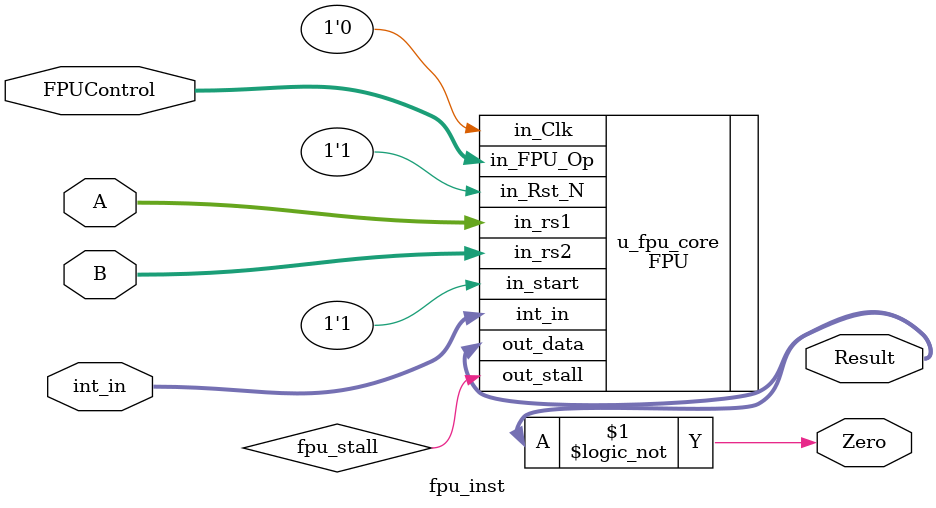
<source format=v>
module fpu_inst(
    input  wire [31:0] A,
    input  wire [31:0] B,
    input  wire [4:0]  FPUControl,
    input  wire [31:0] int_in,
    output wire [31:0] Result,
    output wire        Zero
);
    // instantiate your actual FPU (assumed module name "FPU" with ports in_rs1,in_rs2,...)
    // If your real FPU has different name/ports adjust below mapping.
    wire fpu_stall;
    FPU u_fpu_core (
        .in_Clk(1'b0),           // if your FPU needs real clock, change mapping
        .in_Rst_N(1'b1),
        .in_start(1'b1),
        .in_FPU_Op(FPUControl),
        .in_rs1(A),
        .in_rs2(B),
        .int_in(int_in),
        .out_data(Result),
        .out_stall(fpu_stall)
    );

    assign Zero = (Result == 32'h00000000);
endmodule

</source>
